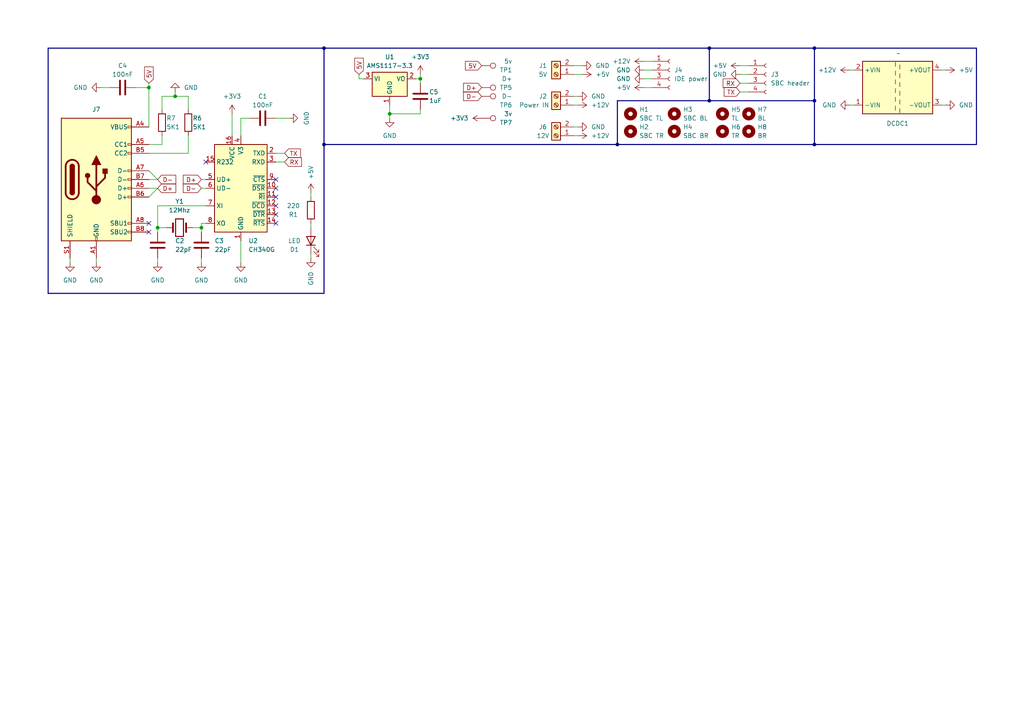
<source format=kicad_sch>
(kicad_sch (version 20231120) (generator "eeschema") (generator_version "8.0")
  (paper "A4")
  (title_block (title "Power Delivery Board V1.0") (date "2024-01-29") (rev "V1.0") (company "BredOS"))
  (lib_symbols
    (symbol "Connector:Conn_01x04_Socket" (pin_names (offset 1.016) hide)
      (property "Reference" "J" (at 0 5.08 0))
      (property "Value" "Conn_01x04_Socket" (at 0 -7.62 0))
      (symbol "Conn_01x04_Socket_1_1"
        (arc (start 0 -4.572) (mid -0.5058 -5.08) (end 0 -5.588) (stroke (width 0.1524)))
        (arc (start 0 -2.032) (mid -0.5058 -2.54) (end 0 -3.048) (stroke (width 0.1524)))
        (polyline (pts (xy -1.27 -5.08) (xy -0.508 -5.08)) (stroke (width 0.1524)))
        (polyline (pts (xy -1.27 -2.54) (xy -0.508 -2.54)) (stroke (width 0.1524)))
        (polyline (pts (xy -1.27 0) (xy -0.508 0)) (stroke (width 0.1524)))
        (polyline (pts (xy -1.27 2.54) (xy -0.508 2.54)) (stroke (width 0.1524)))
        (arc (start 0 0.508) (mid -0.5058 0) (end 0 -0.508) (stroke (width 0.1524)))
        (arc (start 0 3.048) (mid -0.5058 2.54) (end 0 2.032) (stroke (width 0.1524)))
        (pin passive line (at -5.08 2.54 0) (length 3.81) (name "Pin_1") (number "1"))
        (pin passive line (at -5.08 0 0) (length 3.81) (name "Pin_2") (number "2"))
        (pin passive line (at -5.08 -2.54 0) (length 3.81) (name "Pin_3") (number "3"))
        (pin passive line (at -5.08 -5.08 0) (length 3.81) (name "Pin_4") (number "4"))
      )
    )
    (symbol "Connector:Screw_Terminal_01x02" (pin_names (offset 1.016) hide)
      (property "Reference" "J" (at 0 2.54 0))
      (property "Value" "Screw_Terminal_01x02" (at 0 -5.08 0))
      (symbol "Screw_Terminal_01x02_1_1"
        (rectangle (start -1.27 1.27) (end 1.27 -3.81) (stroke (width 0.254)) (fill (type background)))
        (circle (center 0 -2.54) (radius 0.635) (stroke (width 0.1524)))
        (polyline (pts (xy -0.5334 -2.2098) (xy 0.3302 -3.048)) (stroke (width 0.1524)))
        (polyline (pts (xy -0.5334 0.3302) (xy 0.3302 -0.508)) (stroke (width 0.1524)))
        (polyline (pts (xy -0.3556 -2.032) (xy 0.508 -2.8702)) (stroke (width 0.1524)))
        (polyline (pts (xy -0.3556 0.508) (xy 0.508 -0.3302)) (stroke (width 0.1524)))
        (circle (center 0 0) (radius 0.635) (stroke (width 0.1524)))
        (pin passive line (at -5.08 0 0) (length 3.81) (name "Pin_1") (number "1"))
        (pin passive line (at -5.08 -2.54 0) (length 3.81) (name "Pin_2") (number "2"))
      )
    )
    (symbol "Connector:TestPoint" (pin_numbers hide) (pin_names (offset 0.762) hide)
      (property "Reference" "TP" (at 0 6.858 0))
      (property "Value" "TestPoint" (at 0 5.08 0))
      (symbol "TestPoint_0_1"
        (circle (center 0 3.302) (radius 0.762))
      )
      (symbol "TestPoint_1_1"
        (pin passive line (at 0 0 90) (length 2.54) (name "1") (number "1"))
      )
    )
    (symbol "Connector:USB_C_Receptacle_USB2.0_16P" (pin_names (offset 1.016))
      (property "Reference" "J" (at 0 22.225 0))
      (property "Value" "USB_C_Receptacle_USB2.0_16P" (at 0 19.685 0))
      (symbol "USB_C_Receptacle_USB2.0_16P_0_0"
        (rectangle (start -0.254 -17.78) (end 0.254 -16.764))
        (rectangle (start 10.16 -14.986) (end 9.144 -15.494))
        (rectangle (start 10.16 -12.446) (end 9.144 -12.954))
        (rectangle (start 10.16 -4.826) (end 9.144 -5.334))
        (rectangle (start 10.16 -2.286) (end 9.144 -2.794))
        (rectangle (start 10.16 0.254) (end 9.144 -0.254))
        (rectangle (start 10.16 2.794) (end 9.144 2.286))
        (rectangle (start 10.16 7.874) (end 9.144 7.366))
        (rectangle (start 10.16 10.414) (end 9.144 9.906))
        (rectangle (start 10.16 15.494) (end 9.144 14.986))
      )
      (symbol "USB_C_Receptacle_USB2.0_16P_0_1"
        (rectangle (start -10.16 17.78) (end 10.16 -17.78) (stroke (width 0.254)) (fill (type background)))
        (arc (start -8.89 -3.81) (mid -6.985 -5.7067) (end -5.08 -3.81) (stroke (width 0.508)))
        (arc (start -7.62 -3.81) (mid -6.985 -4.4423) (end -6.35 -3.81) (stroke (width 0.254)))
        (arc (start -7.62 -3.81) (mid -6.985 -4.4423) (end -6.35 -3.81) (stroke (width 0.254)) (fill (type outline)))
        (rectangle (start -7.62 -3.81) (end -6.35 3.81) (stroke (width 0.254)) (fill (type outline)))
        (arc (start -6.35 3.81) (mid -6.985 4.4423) (end -7.62 3.81) (stroke (width 0.254)))
        (arc (start -6.35 3.81) (mid -6.985 4.4423) (end -7.62 3.81) (stroke (width 0.254)) (fill (type outline)))
        (arc (start -5.08 3.81) (mid -6.985 5.7067) (end -8.89 3.81) (stroke (width 0.508)))
        (circle (center -2.54 1.143) (radius 0.635) (stroke (width 0.254)) (fill (type outline)))
        (circle (center 0 -5.842) (radius 1.27) (fill (type outline)))
        (polyline (pts (xy -8.89 -3.81) (xy -8.89 3.81)) (stroke (width 0.508)))
        (polyline (pts (xy -5.08 3.81) (xy -5.08 -3.81)) (stroke (width 0.508)))
        (polyline (pts (xy 0 -5.842) (xy 0 4.318)) (stroke (width 0.508)))
        (polyline (pts (xy 0 -3.302) (xy -2.54 -0.762) (xy -2.54 0.508)) (stroke (width 0.508)))
        (polyline (pts (xy 0 -2.032) (xy 2.54 0.508) (xy 2.54 1.778)) (stroke (width 0.508)))
        (polyline (pts (xy -1.27 4.318) (xy 0 6.858) (xy 1.27 4.318) (xy -1.27 4.318)) (stroke (width 0.254)) (fill (type outline)))
        (rectangle (start 1.905 1.778) (end 3.175 3.048) (stroke (width 0.254)) (fill (type outline)))
      )
      (symbol "USB_C_Receptacle_USB2.0_16P_1_1"
        (pin passive line (at 0 -22.86 90) (length 5.08) (name "GND") (number "A1"))
        (pin passive line (at 0 -22.86 90) (length 5.08) hide (name "GND") (number "A12"))
        (pin passive line (at 15.24 15.24 180) (length 5.08) (name "VBUS") (number "A4"))
        (pin bidirectional line (at 15.24 10.16 180) (length 5.08) (name "CC1") (number "A5"))
        (pin bidirectional line (at 15.24 -2.54 180) (length 5.08) (name "D+") (number "A6"))
        (pin bidirectional line (at 15.24 2.54 180) (length 5.08) (name "D-") (number "A7"))
        (pin bidirectional line (at 15.24 -12.7 180) (length 5.08) (name "SBU1") (number "A8"))
        (pin passive line (at 15.24 15.24 180) (length 5.08) hide (name "VBUS") (number "A9"))
        (pin passive line (at 0 -22.86 90) (length 5.08) hide (name "GND") (number "B1"))
        (pin passive line (at 0 -22.86 90) (length 5.08) hide (name "GND") (number "B12"))
        (pin passive line (at 15.24 15.24 180) (length 5.08) hide (name "VBUS") (number "B4"))
        (pin bidirectional line (at 15.24 7.62 180) (length 5.08) (name "CC2") (number "B5"))
        (pin bidirectional line (at 15.24 -5.08 180) (length 5.08) (name "D+") (number "B6"))
        (pin bidirectional line (at 15.24 0 180) (length 5.08) (name "D-") (number "B7"))
        (pin bidirectional line (at 15.24 -15.24 180) (length 5.08) (name "SBU2") (number "B8"))
        (pin passive line (at 15.24 15.24 180) (length 5.08) hide (name "VBUS") (number "B9"))
        (pin passive line (at -7.62 -22.86 90) (length 5.08) (name "SHIELD") (number "S1"))
      )
    )
    (symbol "Device:C" (pin_numbers hide) (pin_names (offset 0.254))
      (property "Reference" "C" (at 0.635 2.54 0))
      (property "Value" "C" (at 0.635 -2.54 0))
      (symbol "C_0_1"
        (polyline (pts (xy -2.032 -0.762) (xy 2.032 -0.762)) (stroke (width 0.508)))
        (polyline (pts (xy -2.032 0.762) (xy 2.032 0.762)) (stroke (width 0.508)))
      )
      (symbol "C_1_1"
        (pin passive line (at 0 3.81 270) (length 2.794) (name "~") (number "1"))
        (pin passive line (at 0 -3.81 90) (length 2.794) (name "~") (number "2"))
      )
    )
    (symbol "Device:Crystal" (pin_numbers hide) (pin_names (offset 1.016) hide)
      (property "Reference" "Y" (at 0 3.81 0))
      (property "Value" "Crystal" (at 0 -3.81 0))
      (symbol "Crystal_0_1"
        (rectangle (start -1.143 2.54) (end 1.143 -2.54) (stroke (width 0.3048)))
        (polyline (pts (xy -2.54 0) (xy -1.905 0)))
        (polyline (pts (xy -1.905 -1.27) (xy -1.905 1.27)) (stroke (width 0.508)))
        (polyline (pts (xy 1.905 -1.27) (xy 1.905 1.27)) (stroke (width 0.508)))
        (polyline (pts (xy 2.54 0) (xy 1.905 0)))
      )
      (symbol "Crystal_1_1"
        (pin passive line (at -3.81 0 0) (length 1.27) (name "1") (number "1"))
        (pin passive line (at 3.81 0 180) (length 1.27) (name "2") (number "2"))
      )
    )
    (symbol "Device:LED" (pin_numbers hide) (pin_names (offset 1.016) hide)
      (property "Reference" "D" (at 0 2.54 0))
      (property "Value" "LED" (at 0 -2.54 0))
      (symbol "LED_0_1"
        (polyline (pts (xy -1.27 -1.27) (xy -1.27 1.27)) (stroke (width 0.254)))
        (polyline (pts (xy -1.27 0) (xy 1.27 0)))
        (polyline (pts (xy 1.27 -1.27) (xy 1.27 1.27) (xy -1.27 0) (xy 1.27 -1.27)) (stroke (width 0.254)))
        (polyline (pts (xy -3.048 -0.762) (xy -4.572 -2.286) (xy -3.81 -2.286) (xy -4.572 -2.286) (xy -4.572 -1.524)))
        (polyline (pts (xy -1.778 -0.762) (xy -3.302 -2.286) (xy -2.54 -2.286) (xy -3.302 -2.286) (xy -3.302 -1.524)))
      )
      (symbol "LED_1_1"
        (pin passive line (at -3.81 0 0) (length 2.54) (name "K") (number "1"))
        (pin passive line (at 3.81 0 180) (length 2.54) (name "A") (number "2"))
      )
    )
    (symbol "Device:R" (pin_numbers hide) (pin_names (offset 0))
      (property "Reference" "R" (at 2.032 0 90))
      (property "Value" "R" (at 0 0 90))
      (symbol "R_0_1"
        (rectangle (start -1.016 -2.54) (end 1.016 2.54) (stroke (width 0.254)))
      )
      (symbol "R_1_1"
        (pin passive line (at 0 3.81 270) (length 1.27) (name "~") (number "1"))
        (pin passive line (at 0 -3.81 90) (length 1.27) (name "~") (number "2"))
      )
    )
    (symbol "Interface_USB:CH340G"
      (property "Reference" "U" (at -5.08 13.97 0))
      (property "Value" "CH340G" (at 1.27 13.97 0))
      (symbol "CH340G_0_1"
        (rectangle (start -7.62 12.7) (end 7.62 -12.7) (stroke (width 0.254)) (fill (type background)))
      )
      (symbol "CH340G_1_1"
        (pin power_in line (at 0 -15.24 90) (length 2.54) (name "GND") (number "1"))
        (pin input line (at 10.16 0 180) (length 2.54) (name "~{DSR}") (number "10"))
        (pin input line (at 10.16 -2.54 180) (length 2.54) (name "~{RI}") (number "11"))
        (pin input line (at 10.16 -5.08 180) (length 2.54) (name "~{DCD}") (number "12"))
        (pin output line (at 10.16 -7.62 180) (length 2.54) (name "~{DTR}") (number "13"))
        (pin output line (at 10.16 -10.16 180) (length 2.54) (name "~{RTS}") (number "14"))
        (pin input line (at -10.16 7.62 0) (length 2.54) (name "R232") (number "15"))
        (pin power_in line (at -2.54 15.24 270) (length 2.54) (name "VCC") (number "16"))
        (pin output line (at 10.16 10.16 180) (length 2.54) (name "TXD") (number "2"))
        (pin input line (at 10.16 7.62 180) (length 2.54) (name "RXD") (number "3"))
        (pin power_out line (at 0 15.24 270) (length 2.54) (name "V3") (number "4"))
        (pin bidirectional line (at -10.16 2.54 0) (length 2.54) (name "UD+") (number "5"))
        (pin bidirectional line (at -10.16 0 0) (length 2.54) (name "UD-") (number "6"))
        (pin input line (at -10.16 -5.08 0) (length 2.54) (name "XI") (number "7"))
        (pin output line (at -10.16 -10.16 0) (length 2.54) (name "XO") (number "8"))
        (pin input line (at 10.16 2.54 180) (length 2.54) (name "~{CTS}") (number "9"))
      )
    )
    (symbol "Mechanical:MountingHole" (pin_names (offset 1.016))
      (property "Reference" "H" (at 0 5.08 0))
      (property "Value" "MountingHole" (at 0 3.175 0))
      (symbol "MountingHole_0_1"
        (circle (center 0 0) (radius 1.27) (stroke (width 1.27)))
      )
    )
    (symbol "Regulator_Linear:AMS1117-3.3"
      (property "Reference" "U" (at -3.81 3.175 0))
      (property "Value" "AMS1117-3.3" (at 0 3.175 0))
      (symbol "AMS1117-3.3_0_1"
        (rectangle (start -5.08 -5.08) (end 5.08 1.905) (stroke (width 0.254)) (fill (type background)))
      )
      (symbol "AMS1117-3.3_1_1"
        (pin power_in line (at 0 -7.62 90) (length 2.54) (name "GND") (number "1"))
        (pin power_out line (at 7.62 0 180) (length 2.54) (name "VO") (number "2"))
        (pin power_in line (at -7.62 0 0) (length 2.54) (name "VI") (number "3"))
      )
    )
    (symbol "power:+12V" (power) (pin_names (offset 0))
      (property "Value" "+12V" (at 0 3.556 0))
      (symbol "+12V_0_1"
        (polyline (pts (xy -0.762 1.27) (xy 0 2.54)))
        (polyline (pts (xy 0 0) (xy 0 2.54)))
        (polyline (pts (xy 0 2.54) (xy 0.762 1.27)))
      )
      (symbol "+12V_1_1"
        (pin power_in line (at 0 0 90) (length 0) hide (name "+12V") (number "1"))
      )
    )
    (symbol "power:+3V3" (power) (pin_names (offset 0))
      (property "Value" "+3V3" (at 0 3.556 0))
      (symbol "+3V3_0_1"
        (polyline (pts (xy -0.762 1.27) (xy 0 2.54)))
        (polyline (pts (xy 0 0) (xy 0 2.54)))
        (polyline (pts (xy 0 2.54) (xy 0.762 1.27)))
      )
      (symbol "+3V3_1_1"
        (pin power_in line (at 0 0 90) (length 0) hide (name "+3V3") (number "1"))
      )
    )
    (symbol "power:+5V" (power) (pin_names (offset 0))
      (property "Value" "+5V" (at 0 3.556 0))
      (symbol "+5V_0_1"
        (polyline (pts (xy -0.762 1.27) (xy 0 2.54)))
        (polyline (pts (xy 0 0) (xy 0 2.54)))
        (polyline (pts (xy 0 2.54) (xy 0.762 1.27)))
      )
      (symbol "+5V_1_1"
        (pin power_in line (at 0 0 90) (length 0) hide (name "+5V") (number "1"))
      )
    )
    (symbol "power:GND" (power) (pin_names (offset 0))
      (property "Value" "GND" (at 0 -3.81 0))
      (symbol "GND_0_1"
        (polyline (pts (xy 0 0) (xy 0 -1.27) (xy 1.27 -1.27) (xy 0 -2.54) (xy -1.27 -1.27) (xy 0 -1.27)))
      )
      (symbol "GND_1_1"
        (pin power_in line (at 0 0 270) (length 0) hide (name "GND") (number "1"))
      )
    )
    (symbol "symbols:dcdc532"
      (property "Reference" "DCDC1" (at 12.7 -18.034 0))
      (property "Value" "~" (at 12.954 2.286 0))
      (symbol "dcdc532_0_1"
        (polyline (pts (xy 12.065 -12.954) (xy 12.065 -14.224)))
        (polyline (pts (xy 12.065 -10.414) (xy 12.065 -11.684)))
        (polyline (pts (xy 12.065 -7.874) (xy 12.065 -9.144)))
        (polyline (pts (xy 12.065 -5.334) (xy 12.065 -6.604)))
        (polyline (pts (xy 12.065 -2.794) (xy 12.065 -4.064)))
        (polyline (pts (xy 12.065 -0.254) (xy 12.065 -1.524)))
        (polyline (pts (xy 13.335 -14.986) (xy 13.335 -13.716)))
        (polyline (pts (xy 13.335 -12.446) (xy 13.335 -11.176)))
        (polyline (pts (xy 13.335 -9.906) (xy 13.335 -8.636)))
        (polyline (pts (xy 13.335 -7.366) (xy 13.335 -6.096)))
        (polyline (pts (xy 13.335 -4.826) (xy 13.335 -3.556)))
        (polyline (pts (xy 13.335 -2.286) (xy 13.335 -1.016)))
        (rectangle (start 2.54 0) (end 22.86 -15.24) (stroke (width 0.254)) (fill (type background)))
      )
      (symbol "dcdc532_1_1"
        (pin power_in line (at 0 -12.7 0) (length 2.54) (name "-VIN") (number "1"))
        (pin power_in line (at 0 -2.54 0) (length 2.54) (name "+VIN") (number "2"))
        (pin power_out line (at 25.4 -12.7 180) (length 2.54) (name "-VOUT") (number "3"))
        (pin power_out line (at 25.4 -2.54 180) (length 2.54) (name "+VOUT") (number "4"))
      )
    )
  )
  (junction (at 50.8 27.94))
  (junction (at 236.22 29.21))
  (junction (at 205.74 29.21))
  (junction (at 179.07 41.91))
  (junction (at 58.42 66.04))
  (junction (at 93.98 13.97))
  (junction (at 45.72 66.04))
  (junction (at 236.22 13.97))
  (junction (at 236.22 41.91))
  (junction (at 43.18 25.4))
  (junction (at 93.98 41.91))
  (junction (at 113.03 33.02))
  (junction (at 121.92 22.86))
  (junction (at 205.74 13.97))
  (no_connect (at 43.18 64.77))
  (no_connect (at 80.01 64.77))
  (no_connect (at 59.69 46.99))
  (no_connect (at 80.01 57.15))
  (no_connect (at 80.01 52.07))
  (no_connect (at 80.01 54.61))
  (no_connect (at 43.18 67.31))
  (no_connect (at 80.01 62.23))
  (no_connect (at 80.01 59.69))
  (wire (pts (xy 43.18 54.61) (xy 45.72 54.61)))
  (wire (pts (xy 45.72 66.04) (xy 48.26 66.04)))
  (wire (pts (xy 54.61 27.94) (xy 54.61 31.75)))
  (wire (pts (xy 43.18 57.15) (xy 45.72 54.61)))
  (bus (pts (xy 93.98 41.91) (xy 93.98 85.09)))
  (wire (pts (xy 274.32 20.32) (xy 273.05 20.32)))
  (bus (pts (xy 236.22 13.97) (xy 283.21 13.97)))
  (wire (pts (xy 104.14 22.86) (xy 105.41 22.86)))
  (wire (pts (xy 43.18 52.07) (xy 45.72 52.07)))
  (bus (pts (xy 205.74 13.97) (xy 236.22 13.97)))
  (wire (pts (xy 166.37 30.48) (xy 167.64 30.48)))
  (wire (pts (xy 69.85 34.29) (xy 69.85 39.37)))
  (wire (pts (xy 20.32 74.93) (xy 20.32 76.2)))
  (wire (pts (xy 45.72 59.69) (xy 59.69 59.69)))
  (wire (pts (xy 43.18 44.45) (xy 54.61 44.45)))
  (wire (pts (xy 69.85 34.29) (xy 72.39 34.29)))
  (bus (pts (xy 283.21 13.97) (xy 283.21 41.91)))
  (bus (pts (xy 93.98 13.97) (xy 205.74 13.97)))
  (bus (pts (xy 236.22 41.91) (xy 179.07 41.91)))
  (bus (pts (xy 205.74 29.21) (xy 205.74 13.97)))
  (wire (pts (xy 45.72 59.69) (xy 45.72 66.04)))
  (wire (pts (xy 246.38 20.32) (xy 247.65 20.32)))
  (wire (pts (xy 166.37 27.94) (xy 167.64 27.94)))
  (wire (pts (xy 274.32 30.48) (xy 273.05 30.48)))
  (wire (pts (xy 50.8 27.94) (xy 46.99 27.94)))
  (wire (pts (xy 166.37 21.59) (xy 168.91 21.59)))
  (wire (pts (xy 58.42 66.04) (xy 58.42 67.31)))
  (wire (pts (xy 214.63 24.13) (xy 217.17 24.13)))
  (wire (pts (xy 27.94 74.93) (xy 27.94 76.2)))
  (wire (pts (xy 90.17 66.04) (xy 90.17 64.77)))
  (wire (pts (xy 58.42 54.61) (xy 59.69 54.61)))
  (wire (pts (xy 58.42 64.77) (xy 59.69 64.77)))
  (wire (pts (xy 113.03 33.02) (xy 113.03 34.29)))
  (wire (pts (xy 113.03 33.02) (xy 121.92 33.02)))
  (bus (pts (xy 13.97 85.09) (xy 93.98 85.09)))
  (wire (pts (xy 39.37 25.4) (xy 43.18 25.4)))
  (wire (pts (xy 120.65 22.86) (xy 121.92 22.86)))
  (bus (pts (xy 236.22 29.21) (xy 236.22 41.91)))
  (wire (pts (xy 69.85 69.85) (xy 69.85 76.2)))
  (wire (pts (xy 67.31 33.02) (xy 67.31 39.37)))
  (wire (pts (xy 246.38 30.48) (xy 247.65 30.48)))
  (wire (pts (xy 80.01 44.45) (xy 82.55 44.45)))
  (wire (pts (xy 113.03 30.48) (xy 113.03 33.02)))
  (bus (pts (xy 236.22 29.21) (xy 236.22 13.97)))
  (bus (pts (xy 179.07 29.21) (xy 205.74 29.21)))
  (wire (pts (xy 104.14 21.59) (xy 104.14 22.86)))
  (bus (pts (xy 13.97 13.97) (xy 93.98 13.97)))
  (bus (pts (xy 283.21 41.91) (xy 236.22 41.91)))
  (wire (pts (xy 29.21 25.4) (xy 31.75 25.4)))
  (wire (pts (xy 50.8 27.94) (xy 54.61 27.94)))
  (wire (pts (xy 58.42 64.77) (xy 58.42 66.04)))
  (wire (pts (xy 43.18 49.53) (xy 45.72 52.07)))
  (wire (pts (xy 186.69 22.86) (xy 189.23 22.86)))
  (bus (pts (xy 179.07 41.91) (xy 179.07 29.21)))
  (wire (pts (xy 45.72 66.04) (xy 45.72 67.31)))
  (wire (pts (xy 186.69 25.4) (xy 189.23 25.4)))
  (wire (pts (xy 43.18 25.4) (xy 43.18 36.83)))
  (wire (pts (xy 46.99 27.94) (xy 46.99 31.75)))
  (wire (pts (xy 55.88 66.04) (xy 58.42 66.04)))
  (wire (pts (xy 46.99 41.91) (xy 46.99 39.37)))
  (wire (pts (xy 214.63 21.59) (xy 217.17 21.59)))
  (wire (pts (xy 214.63 26.67) (xy 217.17 26.67)))
  (wire (pts (xy 90.17 57.15) (xy 90.17 55.88)))
  (wire (pts (xy 80.01 46.99) (xy 82.55 46.99)))
  (bus (pts (xy 93.98 13.97) (xy 93.98 41.91)))
  (wire (pts (xy 90.17 74.93) (xy 90.17 73.66)))
  (wire (pts (xy 214.63 19.05) (xy 217.17 19.05)))
  (wire (pts (xy 186.69 20.32) (xy 189.23 20.32)))
  (wire (pts (xy 166.37 39.37) (xy 167.64 39.37)))
  (wire (pts (xy 80.01 34.29) (xy 83.82 34.29)))
  (wire (pts (xy 46.99 41.91) (xy 43.18 41.91)))
  (wire (pts (xy 50.8 26.67) (xy 50.8 27.94)))
  (wire (pts (xy 45.72 74.93) (xy 45.72 76.2)))
  (wire (pts (xy 166.37 19.05) (xy 168.91 19.05)))
  (wire (pts (xy 54.61 44.45) (xy 54.61 39.37)))
  (wire (pts (xy 186.69 17.78) (xy 189.23 17.78)))
  (wire (pts (xy 166.37 36.83) (xy 167.64 36.83)))
  (wire (pts (xy 43.18 24.13) (xy 43.18 25.4)))
  (wire (pts (xy 121.92 21.59) (xy 121.92 22.86)))
  (bus (pts (xy 93.98 41.91) (xy 179.07 41.91)))
  (wire (pts (xy 121.92 31.75) (xy 121.92 33.02)))
  (wire (pts (xy 121.92 22.86) (xy 121.92 24.13)))
  (wire (pts (xy 58.42 74.93) (xy 58.42 76.2)))
  (bus (pts (xy 13.97 13.97) (xy 13.97 85.09)))
  (wire (pts (xy 58.42 52.07) (xy 59.69 52.07)))
  (bus (pts (xy 205.74 29.21) (xy 236.22 29.21)))
  (global_label "TX" (shape input) (at 82.55 44.45 0) (property "Intersheetrefs" "${INTERSHEET_REFS}" (effects (hide yes))))
  (global_label "D-" (shape input) (at 45.72 52.07 0) (property "Intersheetrefs" "${INTERSHEET_REFS}" (effects (hide yes))))
  (global_label "5V" (shape input) (at 43.18 24.13 90) (property "Intersheetrefs" "${INTERSHEET_REFS}" (effects (hide yes))))
  (global_label "RX" (shape input) (at 82.55 46.99 0) (property "Intersheetrefs" "${INTERSHEET_REFS}" (effects (hide yes))))
  (global_label "RX" (shape input) (at 214.63 24.13 180) (property "Intersheetrefs" "${INTERSHEET_REFS}" (effects (hide yes))))
  (global_label "D+" (shape input) (at 45.72 54.61 0) (property "Intersheetrefs" "${INTERSHEET_REFS}" (effects (hide yes))))
  (global_label "D-" (shape input) (at 58.42 54.61 180) (property "Intersheetrefs" "${INTERSHEET_REFS}" (effects (hide yes))))
  (global_label "D+" (shape input) (at 58.42 52.07 180) (property "Intersheetrefs" "${INTERSHEET_REFS}" (effects (hide yes))))
  (global_label "TX" (shape input) (at 214.63 26.67 180) (property "Intersheetrefs" "${INTERSHEET_REFS}" (effects (hide yes))))
  (global_label "D+" (shape input) (at 139.7 25.4 180) (property "Intersheetrefs" "${INTERSHEET_REFS}" (effects (hide yes))))
  (global_label "5V" (shape input) (at 139.7 19.05 180) (property "Intersheetrefs" "${INTERSHEET_REFS}" (effects (hide yes))))
  (global_label "D-" (shape input) (at 139.7 27.94 180) (property "Intersheetrefs" "${INTERSHEET_REFS}" (effects (hide yes))))
  (global_label "5V" (shape input) (at 104.14 21.59 90) (property "Intersheetrefs" "${INTERSHEET_REFS}" (effects (hide yes))))
  (symbol (lib_id "power:GND") (at 69.85 76.2 0) (unit 1)
    (property "Reference" "#PWR01" (effects (hide yes)))
    (property "Value" "GND" (at 69.85 81.28 0))
  )
  (symbol (lib_id "Device:C") (at 45.72 71.12 180) (unit 1)
    (property "Reference" "C2" (at 50.8 69.85 0) (effects (justify right)))
    (property "Value" "22pF" (at 50.8 72.39 0) (effects (justify right)))
    (property "Footprint" "Capacitor_THT:C_Disc_D3.0mm_W2.0mm_P2.50mm" (effects (hide yes)))
  )
  (symbol (lib_id "Device:R") (at 90.17 60.96 180) (unit 1)
    (property "Reference" "R1" (at 85.09 62.23 0))
    (property "Value" "220" (at 85.09 59.69 0))
    (property "Footprint" "Resistor_THT:R_Axial_DIN0204_L3.6mm_D1.6mm_P7.62mm_Horizontal" (effects (hide yes)))
  )
  (symbol (lib_id "Device:C") (at 76.2 34.29 90) (unit 1)
    (property "Reference" "C1" (at 76.2 27.94 90))
    (property "Value" "100nF" (at 76.2 30.48 90))
    (property "Footprint" "Capacitor_THT:C_Disc_D3.0mm_W2.0mm_P2.50mm" (effects (hide yes)))
  )
  (symbol (lib_id "Device:C") (at 35.56 25.4 90) (unit 1)
    (property "Reference" "C4" (at 35.56 19.05 90))
    (property "Value" "100nF" (at 35.56 21.59 90))
    (property "Footprint" "Capacitor_THT:C_Disc_D3.0mm_W2.0mm_P2.50mm" (effects (hide yes)))
  )
  (symbol (lib_id "Mechanical:MountingHole") (at 182.88 38.1 0) (unit 1)
    (property "Reference" "H2" (at 185.42 36.83 0) (effects (justify left)))
    (property "Value" "SBC TR" (at 185.42 39.37 0) (effects (justify left)))
    (property "Footprint" "MountingHole:MountingHole_3.5mm" (effects (hide yes)))
  )
  (symbol (lib_id "power:+3V3") (at 139.7 34.29 90) (unit 1)
    (property "Reference" "#PWR032" (effects (hide yes)))
    (property "Value" "+3V3" (at 135.89 34.29 90) (effects (justify left)))
  )
  (symbol (lib_id "power:+5V") (at 168.91 21.59 270) (unit 1)
    (property "Reference" "#PWR013" (effects (hide yes)))
    (property "Value" "+5V" (at 172.72 21.59 90) (effects (justify left)))
  )
  (symbol (lib_id "Connector:TestPoint") (at 139.7 25.4 270) (unit 1)
    (property "Reference" "TP5" (at 148.59 25.4 90) (effects (justify right)))
    (property "Value" "D+" (at 148.59 22.86 90) (effects (justify right)))
    (property "Footprint" "TestPoint:TestPoint_Pad_D1.5mm" (effects (hide yes)))
  )
  (symbol (lib_id "power:GND") (at 29.21 25.4 270) (unit 1)
    (property "Reference" "#PWR030" (effects (hide yes)))
    (property "Value" "GND" (at 25.4 25.4 90) (effects (justify right)))
  )
  (symbol (lib_id "Connector:TestPoint") (at 139.7 27.94 270) (unit 1)
    (property "Reference" "TP6" (at 148.59 30.48 90) (effects (justify right)))
    (property "Value" "D-" (at 148.59 27.94 90) (effects (justify right)))
    (property "Footprint" "TestPoint:TestPoint_Pad_D1.5mm" (effects (hide yes)))
  )
  (symbol (lib_id "Connector:Conn_01x04_Socket") (at 194.31 20.32 0) (unit 1)
    (property "Reference" "J4" (at 195.58 20.32 0) (effects (justify left)))
    (property "Value" "IDE power" (at 195.58 22.86 0) (effects (justify left)))
    (property "Footprint" "footprints:IDE molex 4pin" (effects (hide yes)))
  )
  (symbol (lib_id "power:+3V3") (at 67.31 33.02 0) (unit 1)
    (property "Reference" "#PWR035" (effects (hide yes)))
    (property "Value" "+3V3" (at 67.31 27.94 0))
  )
  (symbol (lib_id "Connector:Screw_Terminal_01x02") (at 161.29 21.59 180) (unit 1)
    (property "Reference" "J1" (at 157.48 19.05 0))
    (property "Value" "5V" (at 157.48 21.59 0))
    (property "Footprint" "TerminalBlock_RND:TerminalBlock_RND_205-00001_1x02_P5.00mm_Horizontal" (effects (hide yes)))
  )
  (symbol (lib_id "Regulator_Linear:AMS1117-3.3") (at 113.03 22.86 0) (unit 1)
    (property "Reference" "U1" (at 113.03 16.51 0))
    (property "Value" "AMS1117-3.3" (at 113.03 19.05 0))
    (property "Footprint" "Package_TO_SOT_SMD:SOT-223-3_TabPin2" (effects (hide yes)))
    (property "Datasheet" "http://www.advanced-monolithic.com/pdf/ds1117.pdf" (effects (hide yes)))
  )
  (symbol (lib_id "power:GND") (at 214.63 21.59 270) (unit 1)
    (property "Reference" "#PWR016" (effects (hide yes)))
    (property "Value" "GND" (at 210.82 21.59 90) (effects (justify right)))
  )
  (symbol (lib_id "power:GND") (at 167.64 36.83 90) (unit 1)
    (property "Reference" "#PWR019" (effects (hide yes)))
    (property "Value" "GND" (at 171.45 36.8299 90) (effects (justify right)))
  )
  (symbol (lib_id "Device:R") (at 54.61 35.56 0) (unit 1)
    (property "Reference" "R6" (at 55.88 34.29 0) (effects (justify left)))
    (property "Value" "5K1" (at 55.88 36.83 0) (effects (justify left)))
    (property "Footprint" "Resistor_THT:R_Axial_DIN0204_L3.6mm_D1.6mm_P7.62mm_Horizontal" (effects (hide yes)))
  )
  (symbol (lib_id "power:GND") (at 20.32 76.2 0) (unit 1)
    (property "Reference" "#PWR031" (effects (hide yes)))
    (property "Value" "GND" (at 20.32 81.28 0))
  )
  (symbol (lib_id "power:GND") (at 167.64 27.94 90) (unit 1)
    (property "Reference" "#PWR018" (effects (hide yes)))
    (property "Value" "GND" (at 171.45 27.9399 90) (effects (justify right)))
  )
  (symbol (lib_id "power:+12V") (at 167.64 30.48 270) (unit 1)
    (property "Reference" "#PWR023" (effects (hide yes)))
    (property "Value" "+12V" (at 171.45 30.48 90) (effects (justify left)))
  )
  (symbol (lib_id "Mechanical:MountingHole") (at 217.17 38.1 0) (unit 1)
    (property "Reference" "H8" (at 219.71 36.83 0) (effects (justify left)))
    (property "Value" "BR" (at 219.71 39.37 0) (effects (justify left)))
    (property "Footprint" "MountingHole:MountingHole_3.5mm" (effects (hide yes)))
  )
  (symbol (lib_id "power:+5V") (at 186.69 25.4 90) (unit 1)
    (property "Reference" "#PWR020" (effects (hide yes)))
    (property "Value" "+5V" (at 182.88 25.4 90) (effects (justify left)))
  )
  (symbol (lib_id "power:+12V") (at 186.69 17.78 90) (unit 1)
    (property "Reference" "#PWR017" (effects (hide yes)))
    (property "Value" "+12V" (at 182.88 17.78 90) (effects (justify left)))
  )
  (symbol (lib_id "power:GND") (at 27.94 76.2 0) (unit 1)
    (property "Reference" "#PWR02" (effects (hide yes)))
    (property "Value" "GND" (at 27.94 81.28 0))
  )
  (symbol (lib_id "Connector:Conn_01x04_Socket") (at 222.25 21.59 0) (unit 1)
    (property "Reference" "J3" (at 223.52 21.59 0) (effects (justify left)))
    (property "Value" "SBC header" (at 223.52 24.13 0) (effects (justify left)))
    (property "Footprint" "Connector_PinSocket_2.54mm:PinSocket_1x04_P2.54mm_Vertical" (effects (hide yes)))
  )
  (symbol (lib_id "power:+12V") (at 246.38 20.32 90) (unit 1)
    (property "Reference" "#PWR028" (effects (hide yes)))
    (property "Value" "+12V" (at 242.57 20.32 90) (effects (justify left)))
  )
  (symbol (lib_id "Mechanical:MountingHole") (at 195.58 33.02 0) (unit 1)
    (property "Reference" "H3" (at 198.12 31.75 0) (effects (justify left)))
    (property "Value" "SBC BL" (at 198.12 34.29 0) (effects (justify left)))
    (property "Footprint" "MountingHole:MountingHole_3.5mm" (effects (hide yes)))
  )
  (symbol (lib_id "Device:C") (at 121.92 27.94 0) (unit 1)
    (property "Reference" "C5" (at 124.46 26.67 0) (effects (justify left)))
    (property "Value" "1uF" (at 124.46 29.21 0) (effects (justify left)))
    (property "Footprint" "Capacitor_THT:C_Disc_D3.0mm_W2.0mm_P2.50mm" (effects (hide yes)))
  )
  (symbol (lib_id "Mechanical:MountingHole") (at 217.17 33.02 0) (unit 1)
    (property "Reference" "H7" (at 219.71 31.75 0) (effects (justify left)))
    (property "Value" "BL" (at 219.71 34.29 0) (effects (justify left)))
    (property "Footprint" "MountingHole:MountingHole_3.5mm" (effects (hide yes)))
  )
  (symbol (lib_id "power:+5V") (at 274.32 20.32 270) (unit 1)
    (property "Reference" "#PWR025" (effects (hide yes)))
    (property "Value" "+5V" (at 278.13 20.32 90) (effects (justify left)))
  )
  (symbol (lib_id "power:GND") (at 113.03 34.29 0) (unit 1)
    (property "Reference" "#PWR010" (effects (hide yes)))
    (property "Value" "GND" (at 113.03 39.37 0))
  )
  (symbol (lib_id "power:GND") (at 50.8 26.67 180) (unit 1)
    (property "Reference" "#PWR09" (effects (hide yes)))
    (property "Value" "GND" (at 53.34 25.4 0) (effects (justify right)))
  )
  (symbol (lib_id "Connector:Screw_Terminal_01x02") (at 161.29 39.37 180) (unit 1)
    (property "Reference" "J6" (at 157.48 36.83 0))
    (property "Value" "12V" (at 157.48 39.37 0))
    (property "Footprint" "TerminalBlock_RND:TerminalBlock_RND_205-00001_1x02_P5.00mm_Horizontal" (effects (hide yes)))
  )
  (symbol (lib_id "power:+12V") (at 167.64 39.37 270) (unit 1)
    (property "Reference" "#PWR022" (effects (hide yes)))
    (property "Value" "+12V" (at 171.45 39.37 90) (effects (justify left)))
  )
  (symbol (lib_id "Mechanical:MountingHole") (at 182.88 33.02 0) (unit 1)
    (property "Reference" "H1" (at 185.42 31.75 0) (effects (justify left)))
    (property "Value" "SBC TL" (at 185.42 34.29 0) (effects (justify left)))
    (property "Footprint" "MountingHole:MountingHole_3.5mm" (effects (hide yes)))
  )
  (symbol (lib_id "power:GND") (at 90.17 74.93 0) (unit 1)
    (property "Reference" "#PWR011" (effects (hide yes)))
    (property "Value" "GND" (at 90.17 78.74 90) (effects (justify right)))
  )
  (symbol (lib_id "Mechanical:MountingHole") (at 209.55 33.02 0) (unit 1)
    (property "Reference" "H5" (at 212.09 31.75 0) (effects (justify left)))
    (property "Value" "TL" (at 212.09 34.29 0) (effects (justify left)))
    (property "Footprint" "MountingHole:MountingHole_3.5mm" (effects (hide yes)))
  )
  (symbol (lib_id "Device:LED") (at 90.17 69.85 90) (unit 1)
    (property "Reference" "D1" (at 85.4075 72.39 90))
    (property "Value" "LED" (at 85.4075 69.85 90))
    (property "Footprint" "LED_THT:LED_D5.0mm" (effects (hide yes)))
  )
  (symbol (lib_id "power:GND") (at 246.38 30.48 270) (unit 1)
    (property "Reference" "#PWR06" (effects (hide yes)))
    (property "Value" "GND" (at 242.57 30.4799 90) (effects (justify right)))
  )
  (symbol (lib_id "Mechanical:MountingHole") (at 195.58 38.1 0) (unit 1)
    (property "Reference" "H4" (at 198.12 36.83 0) (effects (justify left)))
    (property "Value" "SBC BR" (at 198.12 39.37 0) (effects (justify left)))
    (property "Footprint" "MountingHole:MountingHole_3.5mm" (effects (hide yes)))
  )
  (symbol (lib_id "Connector:USB_C_Receptacle_USB2.0_16P") (at 27.94 52.07 0) (unit 1)
    (property "Reference" "J7" (at 27.94 31.75 0))
    (property "Value" "USB_C_Receptacle_USB2.0_16P" (effects (hide yes)))
    (property "Footprint" "Connector_USB:USB_C_Receptacle_GCT_USB4105-xx-A_16P_TopMnt_Horizontal" (effects (hide yes)))
    (property "Datasheet" "https://www.usb.org/sites/default/files/documents/usb_type-c.zip" (effects (hide yes)))
  )
  (symbol (lib_id "power:GND") (at 83.82 34.29 90) (unit 1)
    (property "Reference" "#PWR03" (effects (hide yes)))
    (property "Value" "GND" (at 88.9 34.29 0))
  )
  (symbol (lib_id "Connector:Screw_Terminal_01x02") (at 161.29 30.48 180) (unit 1)
    (property "Reference" "J2" (at 157.48 27.94 0))
    (property "Value" "Power IN" (at 154.94 30.48 0))
    (property "Footprint" "TerminalBlock_RND:TerminalBlock_RND_205-00001_1x02_P5.00mm_Horizontal" (effects (hide yes)))
  )
  (symbol (lib_id "power:GND") (at 45.72 76.2 0) (unit 1)
    (property "Reference" "#PWR05" (effects (hide yes)))
    (property "Value" "GND" (at 45.72 81.28 0))
  )
  (symbol (lib_id "Device:Crystal") (at 52.07 66.04 0) (unit 1)
    (property "Reference" "Y1" (at 52.07 58.42 0))
    (property "Value" "12Mhz" (at 52.07 60.96 0))
    (property "Footprint" "Crystal:Crystal_HC49-4H_Vertical" (effects (hide yes)))
  )
  (symbol (lib_id "symbols:dcdc532") (at 247.65 17.78 0) (unit 1)
    (property "Reference" "DCDC1" (at 260.35 35.814 0))
    (property "Value" "~" (at 260.604 15.494 0))
    (property "Footprint" "footprints:Converter_DCDC_5_32V" (effects (hide yes)))
  )
  (symbol (lib_id "Connector:TestPoint") (at 139.7 34.29 270) (unit 1)
    (property "Reference" "TP7" (at 148.59 35.56 90) (effects (justify right)))
    (property "Value" "3v" (at 148.59 33.02 90) (effects (justify right)))
    (property "Footprint" "TestPoint:TestPoint_Pad_D1.5mm" (effects (hide yes)))
  )
  (symbol (lib_id "Connector:TestPoint") (at 139.7 19.05 270) (unit 1)
    (property "Reference" "TP1" (at 148.59 20.32 90) (effects (justify right)))
    (property "Value" "5v" (at 148.59 17.78 90) (effects (justify right)))
    (property "Footprint" "TestPoint:TestPoint_Pad_D1.5mm" (effects (hide yes)))
  )
  (symbol (lib_id "power:GND") (at 168.91 19.05 90) (unit 1)
    (property "Reference" "#PWR027" (effects (hide yes)))
    (property "Value" "GND" (at 172.72 19.05 90) (effects (justify right)))
  )
  (symbol (lib_id "power:GND") (at 274.32 30.48 90) (unit 1)
    (property "Reference" "#PWR026" (effects (hide yes)))
    (property "Value" "GND" (at 278.13 30.48 90) (effects (justify right)))
  )
  (symbol (lib_id "Device:R") (at 46.99 35.56 180) (unit 1)
    (property "Reference" "R7" (at 48.26 34.29 0) (effects (justify right)))
    (property "Value" "5K1" (at 48.26 36.83 0) (effects (justify right)))
    (property "Footprint" "Resistor_THT:R_Axial_DIN0204_L3.6mm_D1.6mm_P7.62mm_Horizontal" (effects (hide yes)))
  )
  (symbol (lib_id "power:GND") (at 58.42 76.2 0) (unit 1)
    (property "Reference" "#PWR07" (effects (hide yes)))
    (property "Value" "GND" (at 58.42 81.28 0))
  )
  (symbol (lib_id "power:+5V") (at 90.17 55.88 0) (unit 1)
    (property "Reference" "#PWR04" (effects (hide yes)))
    (property "Value" "+5V" (at 90.1701 52.07 90) (effects (justify left)))
  )
  (symbol (lib_id "power:+5V") (at 214.63 19.05 90) (unit 1)
    (property "Reference" "#PWR015" (effects (hide yes)))
    (property "Value" "+5V" (at 210.82 19.05 90) (effects (justify left)))
  )
  (symbol (lib_id "power:GND") (at 186.69 20.32 270) (unit 1)
    (property "Reference" "#PWR014" (effects (hide yes)))
    (property "Value" "GND" (at 182.88 20.3199 90) (effects (justify right)))
  )
  (symbol (lib_id "Mechanical:MountingHole") (at 209.55 38.1 0) (unit 1)
    (property "Reference" "H6" (at 212.09 36.83 0) (effects (justify left)))
    (property "Value" "TR" (at 212.09 39.37 0) (effects (justify left)))
    (property "Footprint" "MountingHole:MountingHole_3.5mm" (effects (hide yes)))
  )
  (symbol (lib_id "Device:C") (at 58.42 71.12 180) (unit 1)
    (property "Reference" "C3" (at 62.23 69.85 0) (effects (justify right)))
    (property "Value" "22pF" (at 62.23 72.39 0) (effects (justify right)))
    (property "Footprint" "Capacitor_THT:C_Disc_D3.0mm_W2.0mm_P2.50mm" (effects (hide yes)))
  )
  (symbol (lib_id "power:GND") (at 186.69 22.86 270) (unit 1)
    (property "Reference" "#PWR08" (effects (hide yes)))
    (property "Value" "GND" (at 182.88 22.8599 90) (effects (justify right)))
  )
  (symbol (lib_id "Interface_USB:CH340G") (at 69.85 54.61 0) (unit 1)
    (property "Reference" "U2" (at 72.0441 69.85 0) (effects (justify left)))
    (property "Value" "CH340G" (at 72.0441 72.39 0) (effects (justify left)))
    (property "Footprint" "Package_SO:SOIC-16_3.9x9.9mm_P1.27mm" (effects (hide yes)))
    (property "Datasheet" "http://www.datasheet5.com/pdf-local-2195953" (effects (hide yes)))
  )
  (symbol (lib_id "power:+3V3") (at 121.92 21.59 0) (unit 1)
    (property "Reference" "#PWR012" (effects (hide yes)))
    (property "Value" "+3V3" (at 121.92 16.51 0))
  )
)
</source>
